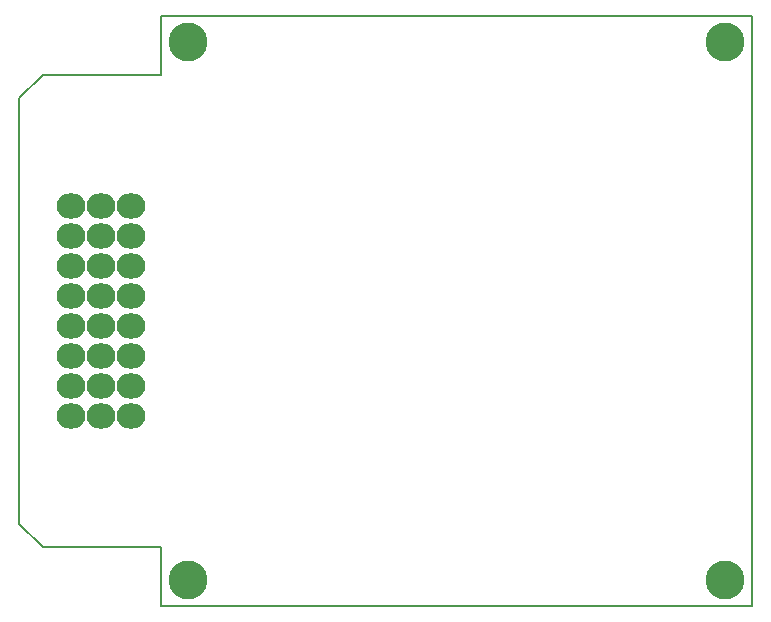
<source format=gbr>
G04 #@! TF.FileFunction,Soldermask,Bot*
%FSLAX46Y46*%
G04 Gerber Fmt 4.6, Leading zero omitted, Abs format (unit mm)*
G04 Created by KiCad (PCBNEW 4.0.0-rc1-stable) date 11/9/2015 9:11:32 AM*
%MOMM*%
G01*
G04 APERTURE LIST*
%ADD10C,0.100000*%
%ADD11C,0.150000*%
%ADD12C,3.300000*%
%ADD13O,2.432000X2.127200*%
G04 APERTURE END LIST*
D10*
D11*
X100800000Y-76200000D02*
X100800000Y-26200000D01*
X50800000Y-76200000D02*
X100800000Y-76200000D01*
X50800000Y-71200000D02*
X50800000Y-76200000D01*
X40800000Y-71200000D02*
X50800000Y-71200000D01*
X38800000Y-69200000D02*
X40800000Y-71200000D01*
X38800000Y-33200000D02*
X38800000Y-69200000D01*
X40800000Y-31200000D02*
X38800000Y-33200000D01*
X50800000Y-31200000D02*
X40800000Y-31200000D01*
X50800000Y-26200000D02*
X50800000Y-31200000D01*
X100800000Y-26200000D02*
X50800000Y-26200000D01*
D12*
X53050000Y-28450000D03*
X98550000Y-28450000D03*
X98550000Y-73950000D03*
X53050000Y-73950000D03*
D13*
X43180000Y-42310000D03*
X43180000Y-44850000D03*
X43180000Y-47390000D03*
X43180000Y-49930000D03*
X43180000Y-52470000D03*
X43180000Y-55010000D03*
X43180000Y-57550000D03*
X43180000Y-60090000D03*
X45720000Y-42310000D03*
X45720000Y-44850000D03*
X45720000Y-47390000D03*
X45720000Y-49930000D03*
X45720000Y-52470000D03*
X45720000Y-55010000D03*
X45720000Y-57550000D03*
X45720000Y-60090000D03*
X48260000Y-42310000D03*
X48260000Y-44850000D03*
X48260000Y-47390000D03*
X48260000Y-49930000D03*
X48260000Y-52470000D03*
X48260000Y-55010000D03*
X48260000Y-57550000D03*
X48260000Y-60090000D03*
M02*

</source>
